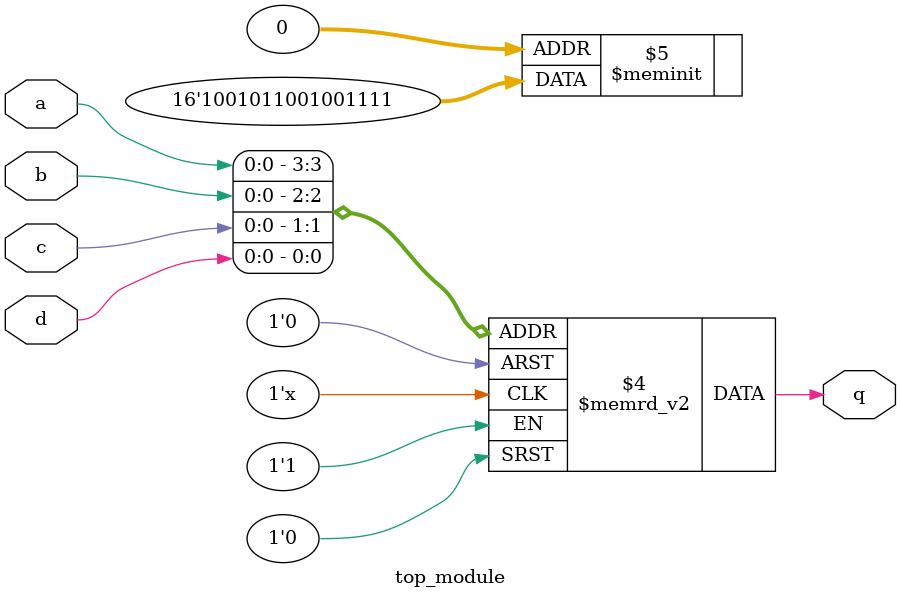
<source format=sv>
module top_module (
    input a, 
    input b, 
    input c, 
    input d,
    output reg q
);

always @(*) begin
    case ({a, b, c, d})
        4'b0000: q = 1'b1;
        4'b0001: q = 1'b1;
        4'b0010: q = 1'b1;
        4'b0011: q = 1'b1;
        4'b0100: q = 1'b0;
        4'b0101: q = 1'b0;
        4'b0110: q = 1'b1;
        4'b0111: q = 1'b0;
        4'b1000: q = 1'b0;
        4'b1001: q = 1'b1;
        4'b1010: q = 1'b1;
        4'b1011: q = 1'b0;
        4'b1100: q = 1'b1;
        4'b1101: q = 1'b0;
        4'b1110: q = 1'b0;
        4'b1111: q = 1'b1;
    endcase
end

endmodule

</source>
